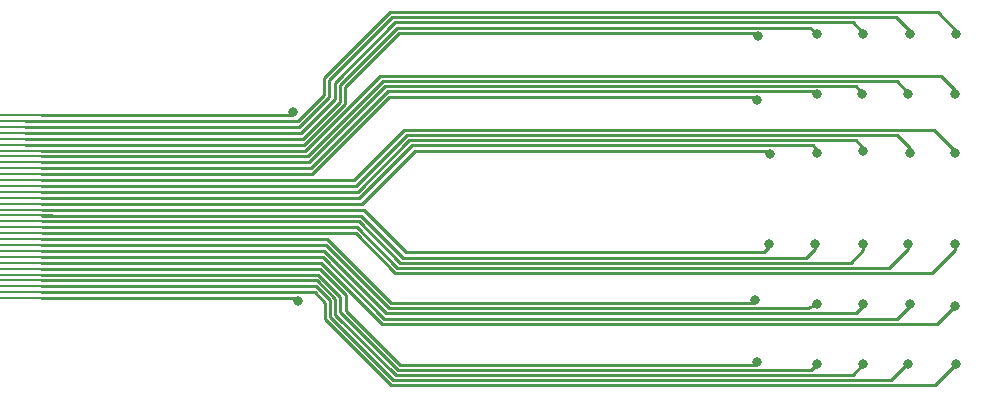
<source format=gbr>
%TF.GenerationSoftware,KiCad,Pcbnew,7.0.8*%
%TF.CreationDate,2023-11-07T17:21:35-08:00*%
%TF.ProjectId,trill-flex-slider,7472696c-6c2d-4666-9c65-782d736c6964,C1*%
%TF.SameCoordinates,Original*%
%TF.FileFunction,Copper,L1,Top*%
%TF.FilePolarity,Positive*%
%FSLAX46Y46*%
G04 Gerber Fmt 4.6, Leading zero omitted, Abs format (unit mm)*
G04 Created by KiCad (PCBNEW 7.0.8) date 2023-11-07 17:21:35*
%MOMM*%
%LPD*%
G01*
G04 APERTURE LIST*
G04 Aperture macros list*
%AMFreePoly0*
4,1,5,0.125000,-1.000000,-0.125000,-1.000000,-0.125000,9.000000,0.125000,9.000000,0.125000,-1.000000,0.125000,-1.000000,$1*%
G04 Aperture macros list end*
%TA.AperFunction,SMDPad,CuDef*%
%ADD10FreePoly0,90.000000*%
%TD*%
%TA.AperFunction,ViaPad*%
%ADD11C,0.800000*%
%TD*%
%TA.AperFunction,Conductor*%
%ADD12C,0.250000*%
%TD*%
G04 APERTURE END LIST*
D10*
%TO.P,C1,1,GND*%
%TO.N,Net-(C1-Pad1)*%
X80316600Y-113182000D03*
%TO.P,C1,2,Sense1*%
%TO.N,Net-(C1-Pad2)*%
X80316600Y-112682000D03*
%TO.P,C1,3,Sense2*%
%TO.N,Net-(C1-Pad3)*%
X80316600Y-112182000D03*
%TO.P,C1,4,Sense3*%
%TO.N,Net-(C1-Pad4)*%
X80316600Y-111682000D03*
%TO.P,C1,5,Sense4*%
%TO.N,Net-(C1-Pad5)*%
X80316600Y-111182000D03*
%TO.P,C1,6,Sense5*%
%TO.N,Net-(C1-Pad6)*%
X80316600Y-110682000D03*
%TO.P,C1,7,Sense6*%
%TO.N,Net-(C1-Pad7)*%
X80316600Y-110182000D03*
%TO.P,C1,8,Sense7*%
%TO.N,Net-(C1-Pad8)*%
X80316600Y-109682000D03*
%TO.P,C1,9,Sense8*%
%TO.N,Net-(C1-Pad9)*%
X80316600Y-109182000D03*
%TO.P,C1,10,Sense9*%
%TO.N,Net-(C1-Pad10)*%
X80316600Y-108682000D03*
%TO.P,C1,11,Sense10*%
%TO.N,Net-(C1-Pad11)*%
X80316600Y-108182000D03*
%TO.P,C1,12,Sense11*%
%TO.N,Net-(C1-Pad12)*%
X80316600Y-107682000D03*
%TO.P,C1,13,Sense12*%
%TO.N,Net-(C1-Pad13)*%
X80316600Y-107182000D03*
%TO.P,C1,14,Sense13*%
%TO.N,Net-(C1-Pad14)*%
X80316600Y-106682000D03*
%TO.P,C1,15,Sense14*%
%TO.N,Net-(C1-Pad15)*%
X80316600Y-106182000D03*
%TO.P,C1,16,Sense15*%
%TO.N,Net-(C1-Pad16)*%
X80316600Y-105682000D03*
%TO.P,C1,17,Sense16*%
%TO.N,Net-(C1-Pad17)*%
X80316600Y-105182000D03*
%TO.P,C1,18,Sense17*%
%TO.N,Net-(C1-Pad18)*%
X80316600Y-104682000D03*
%TO.P,C1,19,Sense18*%
%TO.N,Net-(C1-Pad19)*%
X80316600Y-104182000D03*
%TO.P,C1,20,Sense19*%
%TO.N,Net-(C1-Pad20)*%
X80316600Y-103682000D03*
%TO.P,C1,21,Sense20*%
%TO.N,Net-(C1-Pad21)*%
X80316600Y-103182000D03*
%TO.P,C1,22,Sense21*%
%TO.N,Net-(C1-Pad22)*%
X80316600Y-102682000D03*
%TO.P,C1,23,Sense22*%
%TO.N,Net-(C1-Pad23)*%
X80316600Y-102182000D03*
%TO.P,C1,24,Sense23*%
%TO.N,Net-(C1-Pad24)*%
X80316600Y-101682000D03*
%TO.P,C1,25,Sense24*%
%TO.N,Net-(C1-Pad25)*%
X80316600Y-101182000D03*
%TO.P,C1,26,Sense25*%
%TO.N,Net-(C1-Pad26)*%
X80316600Y-100682000D03*
%TO.P,C1,27,Sense26*%
%TO.N,Net-(C1-Pad27)*%
X80316600Y-100182000D03*
%TO.P,C1,28,Sense27*%
%TO.N,Net-(C1-Pad28)*%
X80316600Y-99682000D03*
%TO.P,C1,29,Sense28*%
%TO.N,Net-(C1-Pad29)*%
X80316600Y-99182000D03*
%TO.P,C1,30,Sense29*%
%TO.N,Net-(C1-Pad30)*%
X80316600Y-98682000D03*
%TO.P,C1,31,Sense30*%
%TO.N,Net-(C1-Pad31)*%
X80316600Y-98182000D03*
%TO.P,C1,32,GND*%
%TO.N,Net-(C1-Pad1)*%
X80316600Y-97682000D03*
%TD*%
D11*
%TO.N,Net-(C1-Pad2)*%
X157846800Y-118762000D03*
%TO.N,Net-(C1-Pad3)*%
X153782800Y-118762000D03*
%TO.N,Net-(C1-Pad4)*%
X149972800Y-118762000D03*
%TO.N,Net-(C1-Pad5)*%
X146035800Y-118762000D03*
%TO.N,Net-(C1-Pad6)*%
X140955800Y-118554300D03*
%TO.N,Net-(C1-Pad7)*%
X157719800Y-113809000D03*
%TO.N,Net-(C1-Pad8)*%
X153909800Y-113682000D03*
%TO.N,Net-(C1-Pad9)*%
X149972800Y-113682000D03*
%TO.N,Net-(C1-Pad10)*%
X146035800Y-113682000D03*
%TO.N,Net-(C1-Pad11)*%
X140828800Y-113301000D03*
%TO.N,Net-(C1-Pad12)*%
X157719800Y-108602000D03*
%TO.N,Net-(C1-Pad13)*%
X153782800Y-108602000D03*
%TO.N,Net-(C1-Pad14)*%
X149972800Y-108602000D03*
%TO.N,Net-(C1-Pad15)*%
X145908800Y-108602000D03*
%TO.N,Net-(C1-Pad16)*%
X141971800Y-108602000D03*
%TO.N,Net-(C1-Pad17)*%
X142098800Y-100935700D03*
%TO.N,Net-(C1-Pad18)*%
X146035800Y-100855000D03*
%TO.N,Net-(C1-Pad19)*%
X149972800Y-100728000D03*
%TO.N,Net-(C1-Pad20)*%
X153909800Y-100855000D03*
%TO.N,Net-(C1-Pad21)*%
X157719800Y-100855000D03*
%TO.N,Net-(C1-Pad22)*%
X140955800Y-96410000D03*
%TO.N,Net-(C1-Pad23)*%
X146035800Y-95935900D03*
%TO.N,Net-(C1-Pad24)*%
X149845800Y-95902000D03*
%TO.N,Net-(C1-Pad25)*%
X153782800Y-95902000D03*
%TO.N,Net-(C1-Pad26)*%
X157719800Y-95902000D03*
%TO.N,Net-(C1-Pad27)*%
X141082800Y-90969500D03*
%TO.N,Net-(C1-Pad28)*%
X146035800Y-90822000D03*
%TO.N,Net-(C1-Pad29)*%
X149972800Y-90822000D03*
%TO.N,Net-(C1-Pad30)*%
X153909800Y-90822000D03*
%TO.N,Net-(C1-Pad31)*%
X157846800Y-90822000D03*
%TO.N,Net-(C1-Pad1)*%
X101712800Y-97426000D03*
X102093800Y-113384300D03*
%TD*%
D12*
%TO.N,Net-(C1-Pad2)*%
X109967800Y-120540000D02*
X156068800Y-120540000D01*
X104379800Y-114952000D02*
X109967800Y-120540000D01*
X104379800Y-113555000D02*
X104379800Y-114952000D01*
X157846800Y-118762000D02*
X157846800Y-118508000D01*
X156068800Y-120540000D02*
X157846800Y-118762000D01*
X157846800Y-118508000D02*
X157846800Y-118508000D01*
X103506800Y-112682000D02*
X104379800Y-113555000D01*
X80316600Y-112682000D02*
X103506800Y-112682000D01*
%TO.N,Net-(C1-Pad3)*%
X153655800Y-118762000D02*
X153782800Y-118762000D01*
X104807600Y-113377799D02*
X104807600Y-114774800D01*
X152305600Y-120112200D02*
X153655800Y-118762000D01*
X80316600Y-112182000D02*
X103611800Y-112182000D01*
X110145000Y-120112200D02*
X152305600Y-120112200D01*
X103611800Y-112182000D02*
X104807600Y-113377799D01*
X153782800Y-118762000D02*
X153782800Y-118635000D01*
X104807600Y-114774800D02*
X110145000Y-120112200D01*
X153782800Y-118635000D02*
X153909800Y-118508000D01*
%TO.N,Net-(C1-Pad4)*%
X103716801Y-111682000D02*
X105268800Y-113233998D01*
X110382200Y-119684400D02*
X149050400Y-119684400D01*
X149972800Y-118762000D02*
X149972800Y-118508000D01*
X149050400Y-119684400D02*
X149972800Y-118762000D01*
X80316600Y-111682000D02*
X103716801Y-111682000D01*
X105268800Y-114571000D02*
X110382200Y-119684400D01*
X105268800Y-113233998D02*
X105268800Y-114571000D01*
X149972800Y-118508000D02*
X149972800Y-118508000D01*
%TO.N,Net-(C1-Pad5)*%
X145541200Y-119256600D02*
X110559400Y-119256600D01*
X103821803Y-111182000D02*
X80316600Y-111182000D01*
X105696600Y-113056797D02*
X103821803Y-111182000D01*
X105696600Y-114393800D02*
X105696600Y-113056797D01*
X110559400Y-119256600D02*
X105696600Y-114393800D01*
X146035800Y-118762000D02*
X145541200Y-119256600D01*
X146035800Y-118494600D02*
X146035800Y-118494600D01*
X146035800Y-118494600D02*
X146035800Y-118762000D01*
%TO.N,Net-(C1-Pad6)*%
X140955800Y-118554300D02*
X140681300Y-118828800D01*
X106157800Y-114250000D02*
X106157800Y-112912998D01*
X103926802Y-110682000D02*
X80316600Y-110682000D01*
X110736600Y-118828800D02*
X106157800Y-114250000D01*
X140681300Y-118828800D02*
X110736600Y-118828800D01*
X106157800Y-112912998D02*
X103926802Y-110682000D01*
%TO.N,Net-(C1-Pad7)*%
X80316600Y-110182000D02*
X104031802Y-110182000D01*
X156195800Y-115333000D02*
X157719800Y-113809000D01*
X157719800Y-113682000D02*
X157719800Y-113682000D01*
X104031802Y-110182000D02*
X109182802Y-115333000D01*
X109182802Y-115333000D02*
X156195800Y-115333000D01*
X157719800Y-113809000D02*
X157719800Y-113682000D01*
%TO.N,Net-(C1-Pad8)*%
X80316600Y-109682000D02*
X104189800Y-109682000D01*
X153909800Y-113852381D02*
X153909800Y-113682000D01*
X153909800Y-113682000D02*
X153782800Y-113555000D01*
X152856981Y-114905200D02*
X153909800Y-113852381D01*
X104189800Y-109682000D02*
X109413000Y-114905200D01*
X109413000Y-114905200D02*
X152856981Y-114905200D01*
%TO.N,Net-(C1-Pad9)*%
X80316600Y-109182000D02*
X104294800Y-109182000D01*
X149304400Y-114477400D02*
X149972800Y-113809000D01*
X149972800Y-113809000D02*
X149972800Y-113682000D01*
X109590200Y-114477400D02*
X149304400Y-114477400D01*
X104294800Y-109182000D02*
X109590200Y-114477400D01*
X149972800Y-113682000D02*
X149845800Y-113682000D01*
%TO.N,Net-(C1-Pad10)*%
X80316600Y-108682000D02*
X104473200Y-108682000D01*
X145146800Y-114049600D02*
X145287200Y-114049600D01*
X109840800Y-114049600D02*
X145146800Y-114049600D01*
X145287200Y-114049600D02*
X146035800Y-113682000D01*
X104473200Y-108682000D02*
X109840800Y-114049600D01*
X146035800Y-113682000D02*
X145908800Y-113428000D01*
%TO.N,Net-(C1-Pad11)*%
X140574800Y-113555000D02*
X109967800Y-113555000D01*
X104594800Y-108182000D02*
X80316600Y-108182000D01*
X109967800Y-113555000D02*
X104594800Y-108182000D01*
X140828800Y-113301000D02*
X140574800Y-113555000D01*
%TO.N,Net-(C1-Pad12)*%
X106992400Y-107685400D02*
X110335400Y-111028400D01*
X155801400Y-111028400D02*
X157719800Y-109110000D01*
X110335400Y-111028400D02*
X155801400Y-111028400D01*
X157719800Y-109110000D02*
X157719800Y-108602000D01*
X80430200Y-107685400D02*
X106992400Y-107685400D01*
X157719800Y-108475000D02*
X157719800Y-108475000D01*
X157719800Y-108602000D02*
X157719800Y-108475000D01*
%TO.N,Net-(C1-Pad13)*%
X110512600Y-110600600D02*
X152165200Y-110600600D01*
X80430200Y-107185400D02*
X107097400Y-107185400D01*
X153782800Y-108983000D02*
X153782800Y-108602000D01*
X152165200Y-110600600D02*
X153782800Y-108983000D01*
X153782800Y-108602000D02*
X153782800Y-108475000D01*
X153782800Y-108475000D02*
X153782800Y-108475000D01*
X107097400Y-107185400D02*
X110512600Y-110600600D01*
%TO.N,Net-(C1-Pad14)*%
X80430200Y-106685400D02*
X107262400Y-106685400D01*
X149972800Y-108602000D02*
X149972800Y-108521800D01*
X110749800Y-110172800D02*
X148910000Y-110172800D01*
X149972800Y-108521800D02*
X149972800Y-108521800D01*
X149972800Y-109110000D02*
X149972800Y-108602000D01*
X148910000Y-110172800D02*
X149972800Y-109110000D01*
X107262400Y-106685400D02*
X110749800Y-110172800D01*
X149972800Y-108521800D02*
X149972800Y-108475000D01*
%TO.N,Net-(C1-Pad15)*%
X80430200Y-106185400D02*
X107410800Y-106185400D01*
X145146800Y-109745000D02*
X145908800Y-108983000D01*
X110970400Y-109745000D02*
X145146800Y-109745000D01*
X107410800Y-106185400D02*
X110970400Y-109745000D01*
X145908800Y-108983000D02*
X145908800Y-108602000D01*
%TO.N,Net-(C1-Pad16)*%
X141590800Y-109237000D02*
X141971800Y-108856000D01*
X80430200Y-105685400D02*
X107659400Y-105685400D01*
X141971800Y-108856000D02*
X141971800Y-108602000D01*
X141971800Y-108602000D02*
X141971800Y-108475000D01*
X141971800Y-108475000D02*
X141971800Y-108475000D01*
X107659400Y-105685400D02*
X111211000Y-109237000D01*
X111211000Y-109237000D02*
X141590800Y-109237000D01*
%TO.N,Net-(C1-Pad17)*%
X142098800Y-100935700D02*
X141891100Y-100728000D01*
X111999800Y-100728000D02*
X107545800Y-105182000D01*
X142052500Y-100982000D02*
X141971800Y-100982000D01*
X142098800Y-100935700D02*
X142052500Y-100982000D01*
X141891100Y-100728000D02*
X111999800Y-100728000D01*
X107545800Y-105182000D02*
X80316600Y-105182000D01*
%TO.N,Net-(C1-Pad18)*%
X111745800Y-100233400D02*
X145668200Y-100233400D01*
X146035800Y-100601000D02*
X146035800Y-100855000D01*
X145668200Y-100233400D02*
X146035800Y-100601000D01*
X80316600Y-104682000D02*
X107297200Y-104682000D01*
X107297200Y-104682000D02*
X111745800Y-100233400D01*
%TO.N,Net-(C1-Pad19)*%
X111525200Y-99805600D02*
X149304400Y-99805600D01*
X149304400Y-99805600D02*
X149972800Y-100474000D01*
X149972800Y-100855000D02*
X149909300Y-100791500D01*
X149972800Y-100474000D02*
X149972800Y-100728000D01*
X107148800Y-104182000D02*
X111525200Y-99805600D01*
X149972800Y-100728000D02*
X149972800Y-100855000D01*
X80316600Y-104182000D02*
X107148800Y-104182000D01*
%TO.N,Net-(C1-Pad20)*%
X106983800Y-103682000D02*
X111288000Y-99377800D01*
X80316600Y-103682000D02*
X106983800Y-103682000D01*
X111288000Y-99377800D02*
X152813600Y-99377800D01*
X152813600Y-99377800D02*
X153909800Y-100474000D01*
X153909800Y-100474000D02*
X153909800Y-100855000D01*
%TO.N,Net-(C1-Pad21)*%
X80316600Y-103182000D02*
X106878800Y-103182000D01*
X106878800Y-103182000D02*
X111110800Y-98950000D01*
X157719800Y-100982000D02*
X157719800Y-100982000D01*
X155941800Y-98950000D02*
X157719800Y-100728000D01*
X157719800Y-100728000D02*
X157719800Y-100855000D01*
X157719800Y-100855000D02*
X157719800Y-100982000D01*
X111110800Y-98950000D02*
X155941800Y-98950000D01*
%TO.N,Net-(C1-Pad22)*%
X140701800Y-96156000D02*
X140955800Y-96410000D01*
X80316600Y-102682000D02*
X103314800Y-102682000D01*
X103314800Y-102682000D02*
X109840800Y-96156000D01*
X109840800Y-96156000D02*
X140701800Y-96156000D01*
%TO.N,Net-(C1-Pad23)*%
X103193200Y-102182000D02*
X80316600Y-102182000D01*
X145761300Y-95661400D02*
X109713800Y-95661400D01*
X146035800Y-95935900D02*
X145761300Y-95661400D01*
X109713800Y-95661400D02*
X103193200Y-102182000D01*
%TO.N,Net-(C1-Pad24)*%
X149304400Y-95233600D02*
X149845800Y-95775000D01*
X149845800Y-95902000D02*
X149718800Y-96029000D01*
X80316600Y-101682000D02*
X103014800Y-101682000D01*
X109463200Y-95233600D02*
X149304400Y-95233600D01*
X103014800Y-101682000D02*
X109463200Y-95233600D01*
X149845800Y-95775000D02*
X149845800Y-95902000D01*
%TO.N,Net-(C1-Pad25)*%
X153782800Y-95775000D02*
X153782800Y-95902000D01*
X102909800Y-101182000D02*
X109286000Y-94805800D01*
X153782800Y-95902000D02*
X153655800Y-96156000D01*
X109286000Y-94805800D02*
X152813600Y-94805800D01*
X80316600Y-101182000D02*
X102909800Y-101182000D01*
X152813600Y-94805800D02*
X153782800Y-95775000D01*
%TO.N,Net-(C1-Pad26)*%
X157719800Y-95902000D02*
X157592800Y-96029000D01*
X156576800Y-94378000D02*
X157719800Y-95521000D01*
X109005002Y-94378000D02*
X156576800Y-94378000D01*
X102701002Y-100682000D02*
X109005002Y-94378000D01*
X80316600Y-100682000D02*
X102701002Y-100682000D01*
X157719800Y-95521000D02*
X157719800Y-95902000D01*
%TO.N,Net-(C1-Pad27)*%
X106064200Y-96713802D02*
X102590002Y-100188000D01*
X141082800Y-90969500D02*
X140808300Y-90695000D01*
X106064200Y-95307200D02*
X106064200Y-96713802D01*
X102590002Y-100188000D02*
X78979800Y-100188000D01*
X110676400Y-90695000D02*
X106064200Y-95307200D01*
X140808300Y-90695000D02*
X110676400Y-90695000D01*
%TO.N,Net-(C1-Pad28)*%
X105636400Y-96536603D02*
X105636400Y-95130000D01*
X102485003Y-99688000D02*
X105636400Y-96536603D01*
X78979800Y-99688000D02*
X102485003Y-99688000D01*
X105636400Y-95130000D02*
X110499200Y-90267200D01*
X145481000Y-90267200D02*
X146035800Y-90822000D01*
X110499200Y-90267200D02*
X145481000Y-90267200D01*
X146035800Y-91089400D02*
X145975600Y-91029200D01*
X146035800Y-90822000D02*
X146035800Y-91089400D01*
%TO.N,Net-(C1-Pad29)*%
X102380001Y-99188000D02*
X78979800Y-99188000D01*
X105208600Y-94952800D02*
X105208600Y-96359401D01*
X149972800Y-91076000D02*
X149972800Y-90822000D01*
X149972800Y-90822000D02*
X149972800Y-90695000D01*
X149912600Y-91015800D02*
X149972800Y-91076000D01*
X149972800Y-90695000D02*
X149117200Y-89839400D01*
X110322000Y-89839400D02*
X105208600Y-94952800D01*
X105208600Y-96359401D02*
X102380001Y-99188000D01*
X149117200Y-89839400D02*
X110322000Y-89839400D01*
%TO.N,Net-(C1-Pad30)*%
X153909800Y-90822000D02*
X153909800Y-90568000D01*
X152753400Y-89411600D02*
X110084800Y-89411600D01*
X102205401Y-98688000D02*
X78979800Y-98688000D01*
X104747400Y-96146001D02*
X102205401Y-98688000D01*
X153909800Y-90568000D02*
X152753400Y-89411600D01*
X153909800Y-91076000D02*
X153909800Y-90822000D01*
X110084800Y-89411600D02*
X104747400Y-94749000D01*
X153849600Y-91015800D02*
X153909800Y-91076000D01*
X104747400Y-94749000D02*
X104747400Y-96146001D01*
%TO.N,Net-(C1-Pad31)*%
X156262600Y-88983800D02*
X109907600Y-88983800D01*
X157846800Y-90568000D02*
X156262600Y-88983800D01*
X157786600Y-91015800D02*
X157846800Y-91076000D01*
X109907600Y-88983800D02*
X104319600Y-94571800D01*
X104319600Y-95968800D02*
X102100400Y-98188000D01*
X104319600Y-94571800D02*
X104319600Y-95968800D01*
X157846800Y-91076000D02*
X157846800Y-90822000D01*
X102100400Y-98188000D02*
X78979800Y-98188000D01*
X157846800Y-90822000D02*
X157846800Y-90568000D01*
%TO.N,Net-(C1-Pad1)*%
X101712800Y-97426000D02*
X101636600Y-97682000D01*
X101891500Y-113182000D02*
X102093800Y-113384300D01*
X101456800Y-97682000D02*
X101712800Y-97426000D01*
X80316600Y-113182000D02*
X101891500Y-113182000D01*
X80316600Y-97682000D02*
X101456800Y-97682000D01*
%TD*%
M02*

</source>
